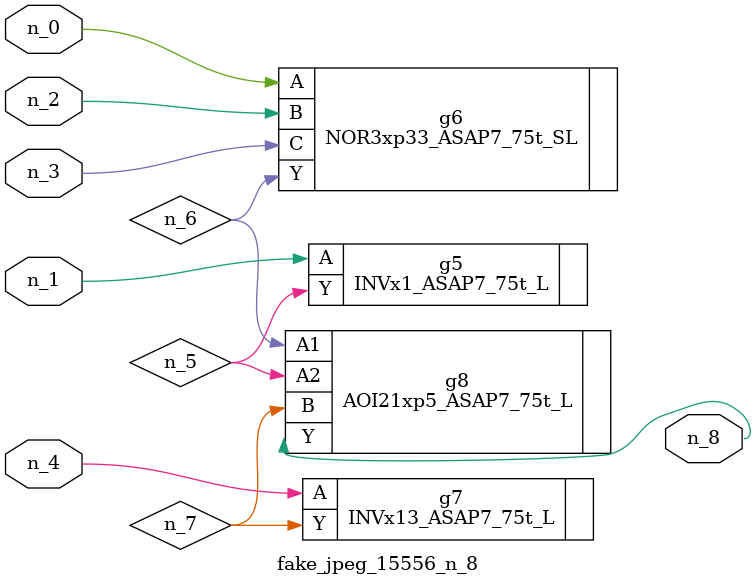
<source format=v>
module fake_jpeg_15556_n_8 (n_3, n_2, n_1, n_0, n_4, n_8);

input n_3;
input n_2;
input n_1;
input n_0;
input n_4;

output n_8;

wire n_6;
wire n_5;
wire n_7;

INVx1_ASAP7_75t_L g5 ( 
.A(n_1),
.Y(n_5)
);

NOR3xp33_ASAP7_75t_SL g6 ( 
.A(n_0),
.B(n_2),
.C(n_3),
.Y(n_6)
);

INVx13_ASAP7_75t_L g7 ( 
.A(n_4),
.Y(n_7)
);

AOI21xp5_ASAP7_75t_L g8 ( 
.A1(n_6),
.A2(n_5),
.B(n_7),
.Y(n_8)
);


endmodule
</source>
